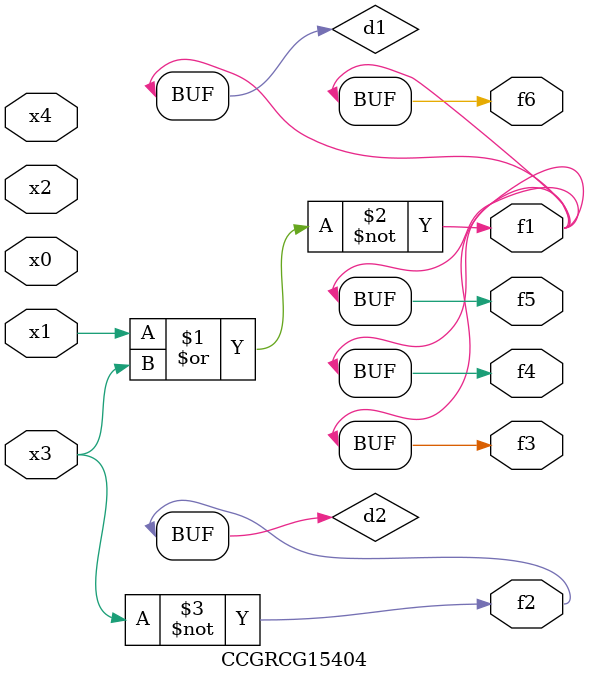
<source format=v>
module CCGRCG15404(
	input x0, x1, x2, x3, x4,
	output f1, f2, f3, f4, f5, f6
);

	wire d1, d2;

	nor (d1, x1, x3);
	not (d2, x3);
	assign f1 = d1;
	assign f2 = d2;
	assign f3 = d1;
	assign f4 = d1;
	assign f5 = d1;
	assign f6 = d1;
endmodule

</source>
